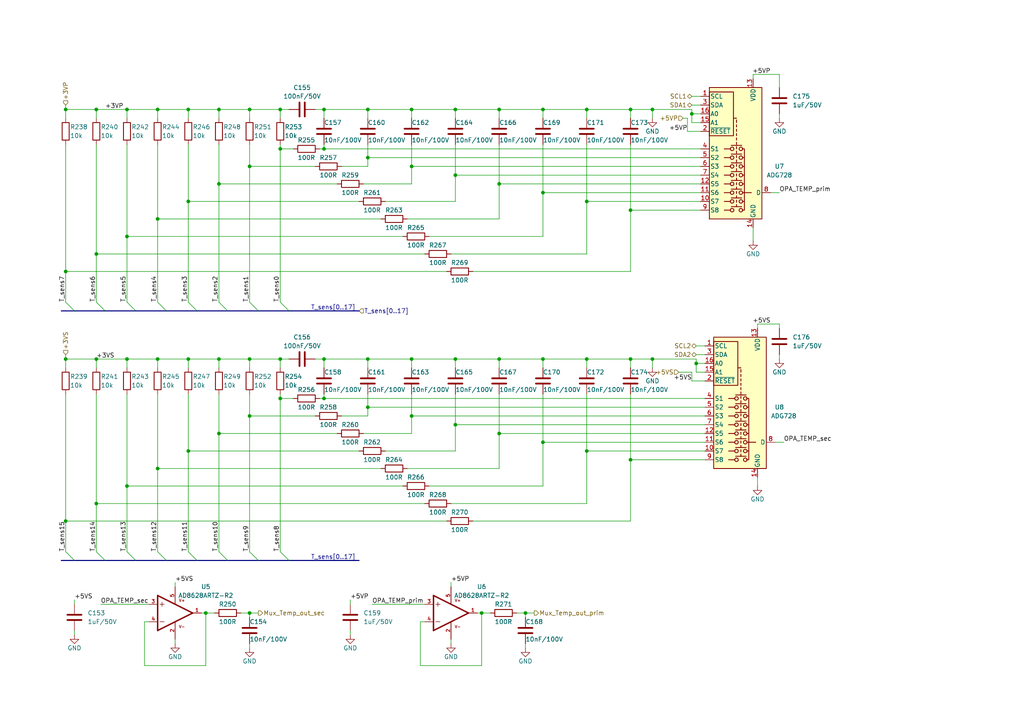
<source format=kicad_sch>
(kicad_sch (version 20230121) (generator eeschema)
  (paper "A4")
  (lib_symbols
    (symbol "AD8628ARTZ-R2:AD8628ARTZ-R2" (pin_names (offset 1.016))
      (property "Reference" "U" (at 2.54 3.175 0))
      (property "Value" "AD8628ARTZ-R2" (at 2.54 -5.08 0))
      (symbol "AD8628ARTZ-R2_0_0"
        (polyline (pts (xy -5.08 -5.08) (xy 5.08 0)) (stroke (width 0.4064)))
        (polyline (pts (xy -5.08 5.08) (xy -5.08 -5.08)) (stroke (width 0.4064)))
        (polyline (pts (xy -4.445 -2.54) (xy -3.175 -2.54)) (stroke (width 0.1524)))
        (polyline (pts (xy -4.445 2.54) (xy -3.175 2.54)) (stroke (width 0.1524)))
        (polyline (pts (xy -3.81 3.175) (xy -3.81 1.905)) (stroke (width 0.1524)))
        (polyline (pts (xy 5.08 0) (xy -5.08 5.08)) (stroke (width 0.4064)))
        (text "V+" (at 1.016 3.175 0) (effects (font (size 0.8128 0.8128)) (justify left bottom)))
        (text "V-" (at 1.016 -4.445 0) (effects (font (size 0.8128 0.8128)) (justify left bottom)))
        (pin output line (at 7.62 0 180) (length 2.54) (name "~") (number "1"))
        (pin power_in line (at 0 -7.62 90) (length 5.08) (name "~") (number "2"))
        (pin input line (at -7.62 2.54 0) (length 2.54) (name "~") (number "3"))
        (pin input line (at -7.62 -2.54 0) (length 2.54) (name "~") (number "4"))
        (pin power_in line (at 0 7.62 270) (length 5.08) (name "~") (number "5"))
      )
    )
    (symbol "Analog_Switch:ADG728" (pin_names (offset 0.254))
      (property "Reference" "U" (at -7.62 23.495 0))
      (property "Value" "ADG728" (at -7.62 21.59 0))
      (symbol "ADG728_0_1"
        (rectangle (start -7.62 6.35) (end -0.635 19.05) (stroke (width 0.254)))
        (rectangle (start -7.62 20.32) (end 7.62 -17.78) (stroke (width 0.254)) (fill (type background)))
        (circle (center -1.016 -15.24) (radius 0.508) (stroke (width 0.254)))
        (circle (center -1.016 -12.7) (radius 0.508) (stroke (width 0.254)))
        (circle (center -1.016 -10.16) (radius 0.508) (stroke (width 0.254)))
        (circle (center -1.016 -7.62) (radius 0.508) (stroke (width 0.254)))
        (circle (center -1.016 -5.08) (radius 0.508) (stroke (width 0.254)))
        (circle (center -1.016 -2.54) (radius 0.508) (stroke (width 0.254)))
        (circle (center -1.016 0) (radius 0.508) (stroke (width 0.254)))
        (circle (center -1.016 2.54) (radius 0.508) (stroke (width 0.254)))
        (polyline (pts (xy -1.524 -15.24) (xy -3.302 -15.24)) (stroke (width 0.254)))
        (polyline (pts (xy -1.524 -12.7) (xy -3.302 -12.7)) (stroke (width 0.254)))
        (polyline (pts (xy -1.524 -10.16) (xy -3.302 -10.16)) (stroke (width 0.254)))
        (polyline (pts (xy -1.524 -7.62) (xy -3.302 -7.62)) (stroke (width 0.254)))
        (polyline (pts (xy -1.524 -5.08) (xy -3.302 -5.08)) (stroke (width 0.254)))
        (polyline (pts (xy -1.524 -2.54) (xy -3.302 -2.54)) (stroke (width 0.254)))
        (polyline (pts (xy -1.524 0) (xy -3.302 0)) (stroke (width 0.254)))
        (polyline (pts (xy -1.524 2.54) (xy -3.302 2.54)) (stroke (width 0.254)))
        (polyline (pts (xy -1.27 -14.224) (xy 1.778 -14.224)) (stroke (width 0.254)))
        (polyline (pts (xy -1.27 -11.684) (xy 1.778 -11.684)) (stroke (width 0.254)))
        (polyline (pts (xy -1.27 -9.144) (xy 1.778 -9.144)) (stroke (width 0.254)))
        (polyline (pts (xy -1.27 -6.604) (xy 1.778 -6.604)) (stroke (width 0.254)))
        (polyline (pts (xy -1.27 -4.064) (xy 1.778 -4.064)) (stroke (width 0.254)))
        (polyline (pts (xy -1.27 -1.524) (xy 1.778 -1.524)) (stroke (width 0.254)))
        (polyline (pts (xy -1.27 1.016) (xy 1.778 1.016)) (stroke (width 0.254)))
        (polyline (pts (xy -1.27 3.556) (xy 1.778 3.556)) (stroke (width 0.254)))
        (polyline (pts (xy -0.635 11.43) (xy 0 11.43)) (stroke (width 0.254)))
        (polyline (pts (xy 0.254 -14.224) (xy 0.254 -13.589)) (stroke (width 0.254)))
        (polyline (pts (xy 0.254 -12.954) (xy 0.254 -12.319)) (stroke (width 0.254)))
        (polyline (pts (xy 0.254 -11.684) (xy 0.254 -11.049)) (stroke (width 0.254)))
        (polyline (pts (xy 0.254 -10.414) (xy 0.254 -9.779)) (stroke (width 0.254)))
        (polyline (pts (xy 0.254 -9.144) (xy 0.254 -8.509)) (stroke (width 0.254)))
        (polyline (pts (xy 0.254 -7.874) (xy 0.254 -7.239)) (stroke (width 0.254)))
        (polyline (pts (xy 0.254 -6.604) (xy 0.254 -5.969)) (stroke (width 0.254)))
        (polyline (pts (xy 0.254 -6.604) (xy 0.254 -5.969)) (stroke (width 0.254)))
        (polyline (pts (xy 0.254 -5.334) (xy 0.254 -4.699)) (stroke (width 0.254)))
        (polyline (pts (xy 0.254 -3.81) (xy 0.254 -3.175)) (stroke (width 0.254)))
        (polyline (pts (xy 0.254 -2.54) (xy 0.254 -1.905)) (stroke (width 0.254)))
        (polyline (pts (xy 0.254 -1.27) (xy 0.254 -0.635)) (stroke (width 0.254)))
        (polyline (pts (xy 0.254 0) (xy 0.254 0.635)) (stroke (width 0.254)))
        (polyline (pts (xy 0.254 1.27) (xy 0.254 1.905)) (stroke (width 0.254)))
        (polyline (pts (xy 0.254 2.54) (xy 0.254 3.175)) (stroke (width 0.254)))
        (polyline (pts (xy 0.254 3.81) (xy 0.254 4.445)) (stroke (width 0.254)))
        (polyline (pts (xy 0.254 5.08) (xy 0.254 5.715)) (stroke (width 0.254)))
        (polyline (pts (xy 0.254 6.35) (xy 0.254 6.985)) (stroke (width 0.254)))
        (polyline (pts (xy 0.254 7.62) (xy 0.254 8.255)) (stroke (width 0.254)))
        (polyline (pts (xy 0.254 8.89) (xy 0.254 9.525)) (stroke (width 0.254)))
        (polyline (pts (xy 0.254 10.16) (xy 0.254 10.922)) (stroke (width 0.254)))
        (polyline (pts (xy 0.254 11.43) (xy 0 11.43)) (stroke (width 0.254)))
        (polyline (pts (xy 2.032 -12.7) (xy 2.54 -12.7)) (stroke (width 0.254)))
        (polyline (pts (xy 2.032 -10.16) (xy 2.54 -10.16)) (stroke (width 0.254)))
        (polyline (pts (xy 2.032 -7.62) (xy 2.54 -7.62)) (stroke (width 0.254)))
        (polyline (pts (xy 2.032 -5.08) (xy 2.54 -5.08)) (stroke (width 0.254)))
        (polyline (pts (xy 2.032 -2.54) (xy 2.54 -2.54)) (stroke (width 0.254)))
        (polyline (pts (xy 2.032 0) (xy 2.54 0)) (stroke (width 0.254)))
        (polyline (pts (xy 4.572 -10.16) (xy 2.54 -10.16)) (stroke (width 0.254)))
        (polyline (pts (xy 1.905 2.54) (xy 2.54 2.54) (xy 2.54 -15.24) (xy 1.905 -15.24)) (stroke (width 0.254)))
        (circle (center 1.524 -15.24) (radius 0.508) (stroke (width 0.254)))
        (circle (center 1.524 -12.7) (radius 0.508) (stroke (width 0.254)))
        (circle (center 1.524 -10.16) (radius 0.508) (stroke (width 0.254)))
        (circle (center 1.524 -7.62) (radius 0.508) (stroke (width 0.254)))
        (circle (center 1.524 -5.08) (radius 0.508) (stroke (width 0.254)))
        (circle (center 1.524 -2.54) (radius 0.508) (stroke (width 0.254)))
        (circle (center 1.524 0) (radius 0.508) (stroke (width 0.254)))
        (circle (center 1.524 2.54) (radius 0.508) (stroke (width 0.254)))
      )
      (symbol "ADG728_1_1"
        (pin input line (at -10.16 17.78 0) (length 2.54) (name "SCL") (number "1"))
        (pin bidirectional line (at -10.16 -12.7 0) (length 2.54) (name "S7") (number "10"))
        (pin bidirectional line (at -10.16 -10.16 0) (length 2.54) (name "S6") (number "11"))
        (pin bidirectional line (at -10.16 -7.62 0) (length 2.54) (name "S5") (number "12"))
        (pin power_in line (at 5.08 22.86 270) (length 2.54) (name "VDD") (number "13"))
        (pin power_in line (at 5.08 -20.32 90) (length 2.54) (name "GND") (number "14"))
        (pin input line (at -10.16 10.16 0) (length 2.54) (name "A1") (number "15"))
        (pin input line (at -10.16 12.7 0) (length 2.54) (name "A0") (number "16"))
        (pin input line (at -10.16 7.62 0) (length 2.54) (name "~{RESET}") (number "2"))
        (pin bidirectional line (at -10.16 15.24 0) (length 2.54) (name "SDA") (number "3"))
        (pin bidirectional line (at -10.16 2.54 0) (length 2.54) (name "S1") (number "4"))
        (pin bidirectional line (at -10.16 0 0) (length 2.54) (name "S2") (number "5"))
        (pin bidirectional line (at -10.16 -2.54 0) (length 2.54) (name "S3") (number "6"))
        (pin bidirectional line (at -10.16 -5.08 0) (length 2.54) (name "S4") (number "7"))
        (pin bidirectional line (at 10.16 -10.16 180) (length 2.54) (name "D") (number "8"))
        (pin bidirectional line (at -10.16 -15.24 0) (length 2.54) (name "S8") (number "9"))
      )
    )
    (symbol "Device:C" (pin_numbers hide) (pin_names (offset 0.254))
      (property "Reference" "C" (at 0.635 2.54 0))
      (property "Value" "C" (at 0.635 -2.54 0))
      (symbol "C_0_1"
        (polyline (pts (xy -2.032 -0.762) (xy 2.032 -0.762)) (stroke (width 0.508)))
        (polyline (pts (xy -2.032 0.762) (xy 2.032 0.762)) (stroke (width 0.508)))
      )
      (symbol "C_1_1"
        (pin passive line (at 0 3.81 270) (length 2.794) (name "~") (number "1"))
        (pin passive line (at 0 -3.81 90) (length 2.794) (name "~") (number "2"))
      )
    )
    (symbol "Device:R" (pin_numbers hide) (pin_names (offset 0))
      (property "Reference" "R" (at 2.032 0 90))
      (property "Value" "R" (at 0 0 90))
      (symbol "R_0_1"
        (rectangle (start -1.016 -2.54) (end 1.016 2.54) (stroke (width 0.254)))
      )
      (symbol "R_1_1"
        (pin passive line (at 0 3.81 270) (length 1.27) (name "~") (number "1"))
        (pin passive line (at 0 -3.81 90) (length 1.27) (name "~") (number "2"))
      )
    )
    (symbol "power:GND" (power) (pin_names (offset 0))
      (property "Value" "GND" (at 0 -3.81 0))
      (symbol "GND_0_1"
        (polyline (pts (xy 0 0) (xy 0 -1.27) (xy 1.27 -1.27) (xy 0 -2.54) (xy -1.27 -1.27) (xy 0 -1.27)))
      )
      (symbol "GND_1_1"
        (pin power_in line (at 0 0 270) (length 0) hide (name "GND") (number "1"))
      )
    )
  )
  (junction (at 152.4 177.8))
  (junction (at 106.68 104.14))
  (junction (at 27.94 104.14))
  (junction (at 93.98 31.75))
  (junction (at 132.08 104.14))
  (junction (at 119.38 120.65))
  (junction (at 189.23 104.14))
  (junction (at 106.68 31.75))
  (junction (at 182.88 133.35))
  (junction (at 119.38 31.75))
  (junction (at 106.68 45.72))
  (junction (at 182.88 60.96))
  (junction (at 27.94 31.75))
  (junction (at 189.23 31.75))
  (junction (at 170.18 58.42))
  (junction (at 132.08 50.8))
  (junction (at 63.5 53.34))
  (junction (at 59.69 177.8))
  (junction (at 63.5 31.75))
  (junction (at 200.66 33.02))
  (junction (at 81.28 43.18))
  (junction (at 36.83 31.75))
  (junction (at 19.05 31.75))
  (junction (at 45.72 104.14))
  (junction (at 81.28 104.14))
  (junction (at 157.48 31.75))
  (junction (at 63.5 104.14))
  (junction (at 139.7 177.8))
  (junction (at 45.72 31.75))
  (junction (at 72.39 104.14))
  (junction (at 45.72 63.5))
  (junction (at 144.78 53.34))
  (junction (at 201.93 105.41))
  (junction (at 19.05 151.13))
  (junction (at 81.28 31.75))
  (junction (at 63.5 125.73))
  (junction (at 54.61 58.42))
  (junction (at 93.98 43.18))
  (junction (at 119.38 48.26))
  (junction (at 93.98 115.57))
  (junction (at 27.94 146.05))
  (junction (at 54.61 104.14))
  (junction (at 170.18 130.81))
  (junction (at 132.08 123.19))
  (junction (at 182.88 104.14))
  (junction (at 170.18 104.14))
  (junction (at 144.78 31.75))
  (junction (at 72.39 48.26))
  (junction (at 132.08 31.75))
  (junction (at 157.48 128.27))
  (junction (at 19.05 78.74))
  (junction (at 182.88 31.75))
  (junction (at 170.18 31.75))
  (junction (at 45.72 135.89))
  (junction (at 144.78 104.14))
  (junction (at 27.94 73.66))
  (junction (at 36.83 104.14))
  (junction (at 54.61 31.75))
  (junction (at 93.98 104.14))
  (junction (at 106.68 118.11))
  (junction (at 54.61 130.81))
  (junction (at 72.39 120.65))
  (junction (at 72.39 177.8))
  (junction (at 36.83 68.58))
  (junction (at 144.78 125.73))
  (junction (at 157.48 55.88))
  (junction (at 36.83 140.97))
  (junction (at 119.38 104.14))
  (junction (at 157.48 104.14))
  (junction (at 81.28 115.57))
  (junction (at 72.39 31.75))
  (junction (at 19.05 104.14))
  (bus_entry (at 45.72 160.02) (size 2.54 2.54))
  (bus_entry (at 72.39 160.02) (size 2.54 2.54))
  (bus_entry (at 63.5 87.63) (size 2.54 2.54))
  (bus_entry (at 27.94 160.02) (size 2.54 2.54))
  (bus_entry (at 19.05 87.63) (size 2.54 2.54))
  (bus_entry (at 45.72 87.63) (size 2.54 2.54))
  (bus_entry (at 54.61 160.02) (size 2.54 2.54))
  (bus_entry (at 72.39 87.63) (size 2.54 2.54))
  (bus_entry (at 54.61 87.63) (size 2.54 2.54))
  (bus_entry (at 19.05 160.02) (size 2.54 2.54))
  (bus_entry (at 81.28 87.63) (size 2.54 2.54))
  (bus_entry (at 27.94 87.63) (size 2.54 2.54))
  (bus_entry (at 36.83 87.63) (size 2.54 2.54))
  (bus_entry (at 63.5 160.02) (size 2.54 2.54))
  (bus_entry (at 81.28 160.02) (size 2.54 2.54))
  (bus_entry (at 36.83 160.02) (size 2.54 2.54))
  (wire (pts (xy 119.38 41.91) (xy 119.38 48.26)))
  (wire (pts (xy 189.23 104.14) (xy 201.93 104.14)))
  (wire (pts (xy 118.11 135.89) (xy 144.78 135.89)))
  (wire (pts (xy 72.39 177.8) (xy 74.93 177.8)))
  (wire (pts (xy 93.98 41.91) (xy 93.98 43.18)))
  (wire (pts (xy 54.61 58.42) (xy 104.14 58.42)))
  (wire (pts (xy 45.72 63.5) (xy 45.72 87.63)))
  (wire (pts (xy 36.83 140.97) (xy 116.84 140.97)))
  (wire (pts (xy 144.78 125.73) (xy 144.78 135.89)))
  (wire (pts (xy 27.94 31.75) (xy 27.94 34.29)))
  (bus (pts (xy 39.37 90.17) (xy 48.26 90.17)))
  (wire (pts (xy 91.44 104.14) (xy 93.98 104.14)))
  (wire (pts (xy 157.48 55.88) (xy 203.2 55.88)))
  (wire (pts (xy 130.81 146.05) (xy 170.18 146.05)))
  (wire (pts (xy 119.38 114.3) (xy 119.38 120.65)))
  (wire (pts (xy 106.68 45.72) (xy 106.68 48.26)))
  (wire (pts (xy 132.08 114.3) (xy 132.08 123.19)))
  (wire (pts (xy 170.18 114.3) (xy 170.18 130.81)))
  (wire (pts (xy 50.8 168.91) (xy 50.8 170.18)))
  (wire (pts (xy 182.88 31.75) (xy 189.23 31.75)))
  (wire (pts (xy 132.08 31.75) (xy 132.08 34.29)))
  (wire (pts (xy 36.83 114.3) (xy 36.83 140.97)))
  (wire (pts (xy 27.94 104.14) (xy 19.05 104.14)))
  (wire (pts (xy 72.39 31.75) (xy 81.28 31.75)))
  (wire (pts (xy 72.39 120.65) (xy 72.39 160.02)))
  (wire (pts (xy 72.39 31.75) (xy 72.39 34.29)))
  (wire (pts (xy 63.5 41.91) (xy 63.5 53.34)))
  (wire (pts (xy 54.61 104.14) (xy 63.5 104.14)))
  (wire (pts (xy 152.4 179.07) (xy 152.4 177.8)))
  (wire (pts (xy 72.39 179.07) (xy 72.39 177.8)))
  (wire (pts (xy 101.6 173.99) (xy 101.6 175.26)))
  (wire (pts (xy 27.94 114.3) (xy 27.94 146.05)))
  (wire (pts (xy 157.48 128.27) (xy 204.47 128.27)))
  (wire (pts (xy 196.85 107.95) (xy 200.66 107.95)))
  (wire (pts (xy 92.71 115.57) (xy 93.98 115.57)))
  (wire (pts (xy 36.83 31.75) (xy 36.83 34.29)))
  (wire (pts (xy 106.68 45.72) (xy 203.2 45.72)))
  (wire (pts (xy 106.68 114.3) (xy 106.68 118.11)))
  (wire (pts (xy 170.18 41.91) (xy 170.18 58.42)))
  (wire (pts (xy 130.81 168.91) (xy 130.81 170.18)))
  (wire (pts (xy 170.18 104.14) (xy 182.88 104.14)))
  (wire (pts (xy 50.8 185.42) (xy 50.8 186.69)))
  (bus (pts (xy 74.93 162.56) (xy 83.82 162.56)))
  (wire (pts (xy 226.06 21.59) (xy 226.06 25.4)))
  (wire (pts (xy 157.48 31.75) (xy 157.48 34.29)))
  (wire (pts (xy 132.08 50.8) (xy 132.08 58.42)))
  (wire (pts (xy 182.88 104.14) (xy 189.23 104.14)))
  (wire (pts (xy 226.06 104.14) (xy 226.06 102.87)))
  (wire (pts (xy 170.18 130.81) (xy 204.47 130.81)))
  (bus (pts (xy 39.37 162.56) (xy 48.26 162.56)))
  (wire (pts (xy 144.78 125.73) (xy 204.47 125.73)))
  (wire (pts (xy 144.78 31.75) (xy 157.48 31.75)))
  (wire (pts (xy 118.11 63.5) (xy 144.78 63.5)))
  (wire (pts (xy 59.69 177.8) (xy 62.23 177.8)))
  (wire (pts (xy 201.93 104.14) (xy 201.93 105.41)))
  (wire (pts (xy 170.18 58.42) (xy 170.18 73.66)))
  (wire (pts (xy 99.06 120.65) (xy 106.68 120.65)))
  (wire (pts (xy 27.94 31.75) (xy 36.83 31.75)))
  (wire (pts (xy 132.08 31.75) (xy 144.78 31.75)))
  (wire (pts (xy 132.08 123.19) (xy 204.47 123.19)))
  (wire (pts (xy 93.98 114.3) (xy 93.98 115.57)))
  (wire (pts (xy 130.81 73.66) (xy 170.18 73.66)))
  (wire (pts (xy 27.94 104.14) (xy 27.94 106.68)))
  (wire (pts (xy 137.16 78.74) (xy 182.88 78.74)))
  (wire (pts (xy 182.88 114.3) (xy 182.88 133.35)))
  (wire (pts (xy 130.81 185.42) (xy 130.81 186.69)))
  (bus (pts (xy 74.93 90.17) (xy 83.82 90.17)))
  (wire (pts (xy 92.71 43.18) (xy 93.98 43.18)))
  (wire (pts (xy 45.72 114.3) (xy 45.72 135.89)))
  (wire (pts (xy 63.5 31.75) (xy 72.39 31.75)))
  (wire (pts (xy 106.68 118.11) (xy 106.68 120.65)))
  (wire (pts (xy 36.83 68.58) (xy 116.84 68.58)))
  (wire (pts (xy 200.66 33.02) (xy 200.66 35.56)))
  (wire (pts (xy 189.23 104.14) (xy 189.23 106.68)))
  (wire (pts (xy 138.43 177.8) (xy 139.7 177.8)))
  (wire (pts (xy 119.38 120.65) (xy 204.47 120.65)))
  (wire (pts (xy 81.28 31.75) (xy 83.82 31.75)))
  (wire (pts (xy 152.4 187.96) (xy 152.4 186.69)))
  (wire (pts (xy 201.93 107.95) (xy 204.47 107.95)))
  (wire (pts (xy 19.05 114.3) (xy 19.05 151.13)))
  (wire (pts (xy 121.92 180.34) (xy 121.92 193.04)))
  (wire (pts (xy 19.05 78.74) (xy 129.54 78.74)))
  (wire (pts (xy 21.59 173.99) (xy 21.59 175.26)))
  (bus (pts (xy 48.26 90.17) (xy 57.15 90.17)))
  (bus (pts (xy 83.82 90.17) (xy 104.14 90.17)))
  (wire (pts (xy 182.88 104.14) (xy 182.88 106.68)))
  (wire (pts (xy 69.85 177.8) (xy 72.39 177.8)))
  (wire (pts (xy 81.28 114.3) (xy 81.28 115.57)))
  (wire (pts (xy 106.68 31.75) (xy 119.38 31.75)))
  (wire (pts (xy 124.46 140.97) (xy 157.48 140.97)))
  (wire (pts (xy 139.7 177.8) (xy 139.7 193.04)))
  (wire (pts (xy 41.91 180.34) (xy 43.18 180.34)))
  (wire (pts (xy 144.78 31.75) (xy 144.78 34.29)))
  (wire (pts (xy 170.18 31.75) (xy 182.88 31.75)))
  (wire (pts (xy 93.98 104.14) (xy 106.68 104.14)))
  (wire (pts (xy 72.39 104.14) (xy 81.28 104.14)))
  (wire (pts (xy 21.59 182.88) (xy 21.59 184.15)))
  (wire (pts (xy 149.86 177.8) (xy 152.4 177.8)))
  (bus (pts (xy 83.82 162.56) (xy 104.14 162.56)))
  (wire (pts (xy 119.38 104.14) (xy 132.08 104.14)))
  (wire (pts (xy 200.66 31.75) (xy 200.66 33.02)))
  (wire (pts (xy 27.94 104.14) (xy 36.83 104.14)))
  (wire (pts (xy 144.78 114.3) (xy 144.78 125.73)))
  (wire (pts (xy 182.88 41.91) (xy 182.88 60.96)))
  (bus (pts (xy 21.59 162.56) (xy 30.48 162.56)))
  (bus (pts (xy 57.15 162.56) (xy 66.04 162.56)))
  (wire (pts (xy 157.48 114.3) (xy 157.48 128.27)))
  (wire (pts (xy 81.28 31.75) (xy 81.28 34.29)))
  (wire (pts (xy 132.08 104.14) (xy 144.78 104.14)))
  (wire (pts (xy 19.05 151.13) (xy 129.54 151.13)))
  (wire (pts (xy 170.18 31.75) (xy 170.18 34.29)))
  (wire (pts (xy 201.93 105.41) (xy 204.47 105.41)))
  (wire (pts (xy 198.12 34.29) (xy 199.39 34.29)))
  (wire (pts (xy 157.48 104.14) (xy 157.48 106.68)))
  (wire (pts (xy 27.94 73.66) (xy 27.94 87.63)))
  (wire (pts (xy 54.61 130.81) (xy 104.14 130.81)))
  (wire (pts (xy 200.66 110.49) (xy 204.47 110.49)))
  (wire (pts (xy 182.88 133.35) (xy 182.88 151.13)))
  (wire (pts (xy 81.28 104.14) (xy 81.28 106.68)))
  (wire (pts (xy 54.61 31.75) (xy 54.61 34.29)))
  (wire (pts (xy 199.39 34.29) (xy 199.39 38.1)))
  (wire (pts (xy 105.41 53.34) (xy 119.38 53.34)))
  (wire (pts (xy 36.83 104.14) (xy 45.72 104.14)))
  (bus (pts (xy 66.04 162.56) (xy 74.93 162.56)))
  (wire (pts (xy 157.48 31.75) (xy 170.18 31.75)))
  (wire (pts (xy 132.08 50.8) (xy 203.2 50.8)))
  (wire (pts (xy 81.28 43.18) (xy 81.28 87.63)))
  (wire (pts (xy 219.71 93.98) (xy 219.71 95.25)))
  (wire (pts (xy 182.88 60.96) (xy 182.88 78.74)))
  (wire (pts (xy 224.79 128.27) (xy 227.33 128.27)))
  (wire (pts (xy 93.98 31.75) (xy 93.98 34.29)))
  (wire (pts (xy 152.4 177.8) (xy 154.94 177.8)))
  (wire (pts (xy 226.06 33.02) (xy 226.06 34.29)))
  (wire (pts (xy 19.05 78.74) (xy 19.05 87.63)))
  (wire (pts (xy 19.05 104.14) (xy 19.05 106.68)))
  (wire (pts (xy 29.21 175.26) (xy 43.18 175.26)))
  (wire (pts (xy 106.68 104.14) (xy 106.68 106.68)))
  (bus (pts (xy 30.48 162.56) (xy 39.37 162.56)))
  (wire (pts (xy 27.94 146.05) (xy 123.19 146.05)))
  (wire (pts (xy 219.71 138.43) (xy 219.71 140.97)))
  (wire (pts (xy 106.68 104.14) (xy 119.38 104.14)))
  (wire (pts (xy 189.23 31.75) (xy 200.66 31.75)))
  (wire (pts (xy 93.98 43.18) (xy 203.2 43.18)))
  (wire (pts (xy 54.61 58.42) (xy 54.61 87.63)))
  (wire (pts (xy 93.98 104.14) (xy 93.98 106.68)))
  (wire (pts (xy 45.72 63.5) (xy 110.49 63.5)))
  (wire (pts (xy 54.61 31.75) (xy 63.5 31.75)))
  (wire (pts (xy 170.18 104.14) (xy 170.18 106.68)))
  (wire (pts (xy 72.39 48.26) (xy 91.44 48.26)))
  (wire (pts (xy 45.72 104.14) (xy 54.61 104.14)))
  (wire (pts (xy 157.48 128.27) (xy 157.48 140.97)))
  (wire (pts (xy 54.61 41.91) (xy 54.61 58.42)))
  (wire (pts (xy 81.28 115.57) (xy 85.09 115.57)))
  (wire (pts (xy 45.72 31.75) (xy 45.72 34.29)))
  (wire (pts (xy 41.91 180.34) (xy 41.91 193.04)))
  (wire (pts (xy 63.5 104.14) (xy 72.39 104.14)))
  (wire (pts (xy 101.6 182.88) (xy 101.6 184.15)))
  (wire (pts (xy 226.06 93.98) (xy 226.06 95.25)))
  (wire (pts (xy 218.44 66.04) (xy 218.44 69.85)))
  (wire (pts (xy 63.5 125.73) (xy 63.5 160.02)))
  (wire (pts (xy 27.94 146.05) (xy 27.94 160.02)))
  (wire (pts (xy 119.38 31.75) (xy 132.08 31.75)))
  (wire (pts (xy 81.28 115.57) (xy 81.28 160.02)))
  (wire (pts (xy 19.05 151.13) (xy 19.05 160.02)))
  (wire (pts (xy 72.39 187.96) (xy 72.39 186.69)))
  (wire (pts (xy 36.83 41.91) (xy 36.83 68.58)))
  (wire (pts (xy 72.39 114.3) (xy 72.39 120.65)))
  (wire (pts (xy 139.7 177.8) (xy 142.24 177.8)))
  (wire (pts (xy 144.78 53.34) (xy 203.2 53.34)))
  (wire (pts (xy 182.88 133.35) (xy 204.47 133.35)))
  (wire (pts (xy 157.48 41.91) (xy 157.48 55.88)))
  (wire (pts (xy 144.78 104.14) (xy 157.48 104.14)))
  (wire (pts (xy 219.71 93.98) (xy 226.06 93.98)))
  (wire (pts (xy 45.72 135.89) (xy 45.72 160.02)))
  (wire (pts (xy 36.83 68.58) (xy 36.83 87.63)))
  (wire (pts (xy 19.05 31.75) (xy 27.94 31.75)))
  (wire (pts (xy 119.38 48.26) (xy 203.2 48.26)))
  (wire (pts (xy 72.39 120.65) (xy 91.44 120.65)))
  (bus (pts (xy 17.78 90.17) (xy 21.59 90.17)))
  (wire (pts (xy 199.39 38.1) (xy 203.2 38.1)))
  (wire (pts (xy 63.5 31.75) (xy 63.5 34.29)))
  (wire (pts (xy 201.93 105.41) (xy 201.93 107.95)))
  (wire (pts (xy 19.05 30.48) (xy 19.05 31.75)))
  (wire (pts (xy 105.41 125.73) (xy 119.38 125.73)))
  (wire (pts (xy 36.83 104.14) (xy 36.83 106.68)))
  (wire (pts (xy 121.92 180.34) (xy 123.19 180.34)))
  (wire (pts (xy 36.83 31.75) (xy 45.72 31.75)))
  (wire (pts (xy 107.95 175.26) (xy 123.19 175.26)))
  (wire (pts (xy 119.38 104.14) (xy 119.38 106.68)))
  (wire (pts (xy 119.38 120.65) (xy 119.38 125.73)))
  (bus (pts (xy 17.78 162.56) (xy 21.59 162.56)))
  (wire (pts (xy 45.72 104.14) (xy 45.72 106.68)))
  (wire (pts (xy 200.66 30.48) (xy 203.2 30.48)))
  (wire (pts (xy 58.42 177.8) (xy 59.69 177.8)))
  (wire (pts (xy 132.08 41.91) (xy 132.08 50.8)))
  (wire (pts (xy 121.92 193.04) (xy 139.7 193.04)))
  (wire (pts (xy 201.93 100.33) (xy 204.47 100.33)))
  (wire (pts (xy 200.66 33.02) (xy 203.2 33.02)))
  (wire (pts (xy 54.61 104.14) (xy 54.61 106.68)))
  (wire (pts (xy 19.05 102.87) (xy 19.05 104.14)))
  (wire (pts (xy 59.69 177.8) (xy 59.69 193.04)))
  (wire (pts (xy 111.76 130.81) (xy 132.08 130.81)))
  (wire (pts (xy 170.18 130.81) (xy 170.18 146.05)))
  (wire (pts (xy 27.94 73.66) (xy 123.19 73.66)))
  (wire (pts (xy 144.78 41.91) (xy 144.78 53.34)))
  (wire (pts (xy 36.83 140.97) (xy 36.83 160.02)))
  (wire (pts (xy 27.94 41.91) (xy 27.94 73.66)))
  (wire (pts (xy 63.5 125.73) (xy 97.79 125.73)))
  (wire (pts (xy 137.16 151.13) (xy 182.88 151.13)))
  (wire (pts (xy 72.39 41.91) (xy 72.39 48.26)))
  (wire (pts (xy 54.61 114.3) (xy 54.61 130.81)))
  (wire (pts (xy 132.08 104.14) (xy 132.08 106.68)))
  (wire (pts (xy 200.66 35.56) (xy 203.2 35.56)))
  (wire (pts (xy 106.68 31.75) (xy 106.68 34.29)))
  (bus (pts (xy 30.48 90.17) (xy 39.37 90.17)))
  (wire (pts (xy 54.61 130.81) (xy 54.61 160.02)))
  (wire (pts (xy 45.72 31.75) (xy 54.61 31.75)))
  (wire (pts (xy 189.23 31.75) (xy 189.23 34.29)))
  (wire (pts (xy 119.38 48.26) (xy 119.38 53.34)))
  (wire (pts (xy 19.05 31.75) (xy 19.05 34.29)))
  (wire (pts (xy 19.05 41.91) (xy 19.05 78.74)))
  (wire (pts (xy 63.5 104.14) (xy 63.5 106.68)))
  (wire (pts (xy 63.5 53.34) (xy 97.79 53.34)))
  (bus (pts (xy 48.26 162.56) (xy 57.15 162.56)))
  (wire (pts (xy 132.08 123.19) (xy 132.08 130.81)))
  (wire (pts (xy 106.68 118.11) (xy 204.47 118.11)))
  (wire (pts (xy 200.66 27.94) (xy 203.2 27.94)))
  (wire (pts (xy 72.39 104.14) (xy 72.39 106.68)))
  (wire (pts (xy 223.52 55.88) (xy 226.06 55.88)))
  (wire (pts (xy 157.48 104.14) (xy 170.18 104.14)))
  (wire (pts (xy 91.44 31.75) (xy 93.98 31.75)))
  (wire (pts (xy 41.91 193.04) (xy 59.69 193.04)))
  (wire (pts (xy 63.5 114.3) (xy 63.5 125.73)))
  (wire (pts (xy 170.18 58.42) (xy 203.2 58.42)))
  (wire (pts (xy 218.44 21.59) (xy 218.44 22.86)))
  (wire (pts (xy 182.88 31.75) (xy 182.88 34.29)))
  (wire (pts (xy 124.46 68.58) (xy 157.48 68.58)))
  (wire (pts (xy 93.98 31.75) (xy 106.68 31.75)))
  (wire (pts (xy 81.28 41.91) (xy 81.28 43.18)))
  (wire (pts (xy 81.28 43.18) (xy 85.09 43.18)))
  (wire (pts (xy 45.72 135.89) (xy 110.49 135.89)))
  (bus (pts (xy 21.59 90.17) (xy 30.48 90.17)))
  (wire (pts (xy 99.06 48.26) (xy 106.68 48.26)))
  (wire (pts (xy 106.68 41.91) (xy 106.68 45.72)))
  (wire (pts (xy 201.93 102.87) (xy 204.47 102.87)))
  (wire (pts (xy 81.28 104.14) (xy 83.82 104.14)))
  (bus (pts (xy 66.04 90.17) (xy 74.93 90.17)))
  (wire (pts (xy 144.78 104.14) (xy 144.78 106.68)))
  (wire (pts (xy 111.76 58.42) (xy 132.08 58.42)))
  (wire (pts (xy 119.38 31.75) (xy 119.38 34.29)))
  (wire (pts (xy 218.44 21.59) (xy 226.06 21.59)))
  (bus (pts (xy 57.15 90.17) (xy 66.04 90.17)))
  (wire (pts (xy 72.39 48.26) (xy 72.39 87.63)))
  (wire (pts (xy 182.88 60.96) (xy 203.2 60.96)))
  (wire (pts (xy 45.72 41.91) (xy 45.72 63.5)))
  (wire (pts (xy 200.66 107.95) (xy 200.66 110.49)))
  (wire (pts (xy 93.98 115.57) (xy 204.47 115.57)))
  (wire (pts (xy 157.48 55.88) (xy 157.48 68.58)))
  (wire (pts (xy 144.78 53.34) (xy 144.78 63.5)))
  (wire (pts (xy 63.5 53.34) (xy 63.5 87.63)))
  (label "T_sens2" (at 63.5 87.63 90))
  (label "T_sens8" (at 81.28 160.02 90))
  (label "T_sens5" (at 36.83 87.63 90))
  (label "+5VP" (at 223.52 21.59 180))
  (label "T_sens4" (at 45.72 87.63 90))
  (label "+5VS" (at 50.8 168.91 0))
  (label "T_sens12" (at 45.72 160.02 90))
  (label "T_sens1" (at 72.39 87.63 90))
  (label "OPA_TEMP_prim" (at 226.06 55.88 0))
  (label "+5VS" (at 223.52 93.98 180))
  (label "+5VS" (at 200.66 110.49 180))
  (label "+3VP" (at 30.48 31.75 0))
  (label "+5VP" (at 101.6 173.99 0))
  (label "T_sens9" (at 72.39 160.02 90))
  (label "T_sens13" (at 36.83 160.02 90))
  (label "T_sens11" (at 54.61 160.02 90))
  (label "T_sens6" (at 27.94 87.63 90))
  (label "T_sens0" (at 81.28 87.63 90))
  (label "T_sens14" (at 27.94 160.02 90))
  (label "OPA_TEMP_prim" (at 107.95 175.26 0))
  (label "T_sens[0..17]" (at 90.17 90.17 0))
  (label "T_sens10" (at 63.5 160.02 90))
  (label "+5VS" (at 21.59 173.99 0))
  (label "OPA_TEMP_sec" (at 29.21 175.26 0))
  (label "T_sens15" (at 19.05 160.02 90))
  (label "T_sens[0..17]" (at 90.17 162.56 0))
  (label "+5VP" (at 130.81 168.91 0))
  (label "T_sens3" (at 54.61 87.63 90))
  (label "OPA_TEMP_sec" (at 227.33 128.27 0))
  (label "T_sens7" (at 19.05 87.63 90))
  (label "+3VS" (at 27.94 104.14 0))
  (label "+5VP" (at 199.39 38.1 180))
  (hierarchical_label "T_sens[0..17]" (shape input) (at 104.14 90.17 0))
  (hierarchical_label "SDA2" (shape bidirectional) (at 201.93 102.87 180))
  (hierarchical_label "Mux_Temp_out_prim" (shape output) (at 154.94 177.8 0))
  (hierarchical_label "+5VS" (shape input) (at 196.85 107.95 180))
  (hierarchical_label "+3VP" (shape input) (at 19.05 30.48 90))
  (hierarchical_label "SCL1" (shape bidirectional) (at 200.66 27.94 180))
  (hierarchical_label "Mux_Temp_out_sec" (shape output) (at 74.93 177.8 0))
  (hierarchical_label "+5VP" (shape input) (at 198.12 34.29 180))
  (hierarchical_label "+3VS" (shape input) (at 19.05 102.87 90))
  (hierarchical_label "SDA1" (shape bidirectional) (at 200.66 30.48 180))
  (hierarchical_label "SCL2" (shape bidirectional) (at 201.93 100.33 180))
  (symbol (lib_id "Analog_Switch:ADG728") (at 214.63 118.11 0) (unit 1)
    (property "Reference" "U2" (at 226.06 118.11 0))
    (property "Value" "ADG728" (at 227.33 120.65 0))
    (property "Footprint" "Package_SO:TSSOP-16_4.4x5mm_P0.65mm" (effects hide))
    (property "Datasheet" "https://www.analog.com/media/en/technical-documentation/data-sheets/ADG728_729.pdf" (effects hide))
    (instances (project "BMS-Slave" (path "" (reference "U8") (unit 1))))
  )
  (symbol (lib_id "Device:C") (at 144.78 110.49 0) (unit 1)
    (property "Reference" "C68" (at 144.78 107.95 0) (effects (justify left)))
    (property "Value" "10nF/100V" (at 144.78 113.03 0) (effects (justify left)))
    (property "Footprint" "Capacitor_SMD:C_0603_1608Metric" (effects hide))
    (instances (project "BMS-Slave" (path "" (reference "C167") (unit 1))))
  )
  (symbol (lib_id "Device:R") (at 95.25 120.65 90) (unit 1)
    (property "Reference" "R144" (at 97.79 118.11 90) (effects (justify left)))
    (property "Value" "100R" (at 97.79 123.19 90) (effects (justify left)))
    (property "Footprint" "Resistor_SMD:R_0603_1608Metric" (effects hide))
    (instances (project "BMS-Slave" (path "" (reference "R258") (unit 1))))
  )
  (symbol (lib_id "Device:C") (at 226.06 99.06 0) (unit 1)
    (property "Reference" "C91" (at 229.87 97.79 0) (effects (justify left)))
    (property "Value" "1uF/50V" (at 229.87 100.33 0) (effects (justify left)))
    (property "Footprint" "Capacitor_SMD:C_0805_2012Metric" (effects hide))
    (instances (project "BMS-Slave" (path "" (reference "C176") (unit 1))))
  )
  (symbol (lib_id "power:GND") (at 72.39 187.96 0) (unit 1)
    (property "Reference" "#PWR047" (effects hide))
    (property "Value" "GND" (at 72.39 191.77 0))
    (instances (project "BMS-Slave" (path "" (reference "#PWR0106") (unit 1))))
  )
  (symbol (lib_id "AD8628ARTZ-R2:AD8628ARTZ-R2") (at 50.8 177.8 0) (unit 1)
    (property "Reference" "U4" (at 59.69 170.18 0))
    (property "Value" "AD8628ARTZ-R2" (at 59.69 172.72 0))
    (property "Footprint" "AD8628ARTZ-R2:SOT95P280X145-5N" (effects hide))
    (property "MF" "Analog Devices" (effects hide))
    (property "DESCRIPTION" "SP Amp Chopper Stabilization Single R-R I/O ±2.5V/5V 5-Pin SOT-23 T/R" (effects hide))
    (property "PACKAGE" "SOT-23-5 Analog Devices" (effects hide))
    (property "PRICE" "None" (effects hide))
    (property "Package" "SOT-5 Analog Devices" (effects hide))
    (property "Check_prices" "https://www.snapeda.com/parts/AD8628ARTZ-R2/Analog+Devices/view-part/?ref=eda" (effects hide))
    (property "Price" "None" (effects hide))
    (property "SnapEDA_Link" "https://www.snapeda.com/parts/AD8628ARTZ-R2/Analog+Devices/view-part/?ref=snap" (effects hide))
    (property "MP" "AD8628ARTZ-R2" (effects hide))
    (property "Purchase-URL" "https://www.snapeda.com/api/url_track_click_mouser/?unipart_id=359169&manufacturer=Analog Devices&part_name=AD8628ARTZ-R2&search_term=None" (effects hide))
    (property "Availability" "In Stock" (effects hide))
    (property "AVAILABILITY" "Unavailable" (effects hide))
    (property "Description" "\nZero-Drift, Single-Supply, Rail-to-Rail Input/Output Operational Amplifier\n" (effects hide))
    (instances (project "BMS-Slave" (path "" (reference "U5") (unit 1))))
  )
  (symbol (lib_id "power:GND") (at 50.8 186.69 0) (unit 1)
    (property "Reference" "#PWR046" (effects hide))
    (property "Value" "GND" (at 50.8 190.5 0))
    (instances (project "BMS-Slave" (path "" (reference "#PWR0105") (unit 1))))
  )
  (symbol (lib_id "Device:C") (at 152.4 182.88 0) (unit 1)
    (property "Reference" "C89" (at 152.4 180.34 0) (effects (justify left)))
    (property "Value" "10nF/100V" (at 152.4 185.42 0) (effects (justify left)))
    (property "Footprint" "Capacitor_SMD:C_0603_1608Metric" (effects hide))
    (instances (project "BMS-Slave" (path "" (reference "C168") (unit 1))))
  )
  (symbol (lib_id "Device:R") (at 101.6 125.73 90) (unit 1)
    (property "Reference" "R145" (at 104.14 123.19 90) (effects (justify left)))
    (property "Value" "100R" (at 104.14 128.27 90) (effects (justify left)))
    (property "Footprint" "Resistor_SMD:R_0603_1608Metric" (effects hide))
    (instances (project "BMS-Slave" (path "" (reference "R260") (unit 1))))
  )
  (symbol (lib_id "Device:R") (at 45.72 38.1 0) (unit 1)
    (property "Reference" "R122" (at 46.99 36.83 0) (effects (justify left)))
    (property "Value" "10k" (at 46.99 39.37 0) (effects (justify left)))
    (property "Footprint" "Resistor_SMD:R_0603_1608Metric" (effects hide))
    (instances (project "BMS-Slave" (path "" (reference "R244") (unit 1))))
  )
  (symbol (lib_id "Device:C") (at 182.88 110.49 0) (unit 1)
    (property "Reference" "C71" (at 182.88 107.95 0) (effects (justify left)))
    (property "Value" "10nF/100V" (at 182.88 113.03 0) (effects (justify left)))
    (property "Footprint" "Capacitor_SMD:C_0603_1608Metric" (effects hide))
    (instances (project "BMS-Slave" (path "" (reference "C174") (unit 1))))
  )
  (symbol (lib_id "Device:R") (at 146.05 177.8 90) (unit 1)
    (property "Reference" "R174" (at 148.59 175.26 90) (effects (justify left)))
    (property "Value" "100R" (at 148.59 180.34 90) (effects (justify left)))
    (property "Footprint" "Resistor_SMD:R_0603_1608Metric" (effects hide))
    (instances (project "BMS-Slave" (path "" (reference "R271") (unit 1))))
  )
  (symbol (lib_id "Device:R") (at 107.95 58.42 90) (unit 1)
    (property "Reference" "R130" (at 110.49 55.88 90) (effects (justify left)))
    (property "Value" "100R" (at 110.49 60.96 90) (effects (justify left)))
    (property "Footprint" "Resistor_SMD:R_0603_1608Metric" (effects hide))
    (instances (project "BMS-Slave" (path "" (reference "R261") (unit 1))))
  )
  (symbol (lib_id "Device:C") (at 132.08 38.1 0) (unit 1)
    (property "Reference" "C57" (at 132.08 35.56 0) (effects (justify left)))
    (property "Value" "10nF/100V" (at 132.08 40.64 0) (effects (justify left)))
    (property "Footprint" "Capacitor_SMD:C_0603_1608Metric" (effects hide))
    (instances (project "BMS-Slave" (path "" (reference "C164") (unit 1))))
  )
  (symbol (lib_id "Device:C") (at 144.78 38.1 0) (unit 1)
    (property "Reference" "C58" (at 144.78 35.56 0) (effects (justify left)))
    (property "Value" "10nF/100V" (at 144.78 40.64 0) (effects (justify left)))
    (property "Footprint" "Capacitor_SMD:C_0603_1608Metric" (effects hide))
    (instances (project "BMS-Slave" (path "" (reference "C166") (unit 1))))
  )
  (symbol (lib_id "Device:R") (at 45.72 110.49 0) (unit 1)
    (property "Reference" "R138" (at 46.99 109.22 0) (effects (justify left)))
    (property "Value" "10k" (at 46.99 111.76 0) (effects (justify left)))
    (property "Footprint" "Resistor_SMD:R_0603_1608Metric" (effects hide))
    (instances (project "BMS-Slave" (path "" (reference "R245") (unit 1))))
  )
  (symbol (lib_id "Device:C") (at 170.18 110.49 0) (unit 1)
    (property "Reference" "C70" (at 170.18 107.95 0) (effects (justify left)))
    (property "Value" "10nF/100V" (at 170.18 113.03 0) (effects (justify left)))
    (property "Footprint" "Capacitor_SMD:C_0603_1608Metric" (effects hide))
    (instances (project "BMS-Slave" (path "" (reference "C172") (unit 1))))
  )
  (symbol (lib_id "Device:R") (at 54.61 110.49 0) (unit 1)
    (property "Reference" "R139" (at 55.88 109.22 0) (effects (justify left)))
    (property "Value" "10k" (at 55.88 111.76 0) (effects (justify left)))
    (property "Footprint" "Resistor_SMD:R_0603_1608Metric" (effects hide))
    (instances (project "BMS-Slave" (path "" (reference "R247") (unit 1))))
  )
  (symbol (lib_id "Device:C") (at 72.39 182.88 0) (unit 1)
    (property "Reference" "C80" (at 72.39 180.34 0) (effects (justify left)))
    (property "Value" "10nF/100V" (at 72.39 185.42 0) (effects (justify left)))
    (property "Footprint" "Capacitor_SMD:C_0603_1608Metric" (effects hide))
    (instances (project "BMS-Slave" (path "" (reference "C154") (unit 1))))
  )
  (symbol (lib_id "Device:C") (at 157.48 38.1 0) (unit 1)
    (property "Reference" "C59" (at 157.48 35.56 0) (effects (justify left)))
    (property "Value" "10nF/100V" (at 157.48 40.64 0) (effects (justify left)))
    (property "Footprint" "Capacitor_SMD:C_0603_1608Metric" (effects hide))
    (instances (project "BMS-Slave" (path "" (reference "C169") (unit 1))))
  )
  (symbol (lib_id "Device:R") (at 27.94 110.49 0) (unit 1)
    (property "Reference" "R136" (at 29.21 109.22 0) (effects (justify left)))
    (property "Value" "10k" (at 29.21 111.76 0) (effects (justify left)))
    (property "Footprint" "Resistor_SMD:R_0603_1608Metric" (effects hide))
    (instances (project "BMS-Slave" (path "" (reference "R241") (unit 1))))
  )
  (symbol (lib_id "Device:R") (at 81.28 38.1 0) (unit 1)
    (property "Reference" "R126" (at 82.55 36.83 0) (effects (justify left)))
    (property "Value" "10k" (at 82.55 39.37 0) (effects (justify left)))
    (property "Footprint" "Resistor_SMD:R_0603_1608Metric" (effects hide))
    (instances (project "BMS-Slave" (path "" (reference "R253") (unit 1))))
  )
  (symbol (lib_id "Device:R") (at 127 146.05 90) (unit 1)
    (property "Reference" "R149" (at 129.54 143.51 90) (effects (justify left)))
    (property "Value" "100R" (at 129.54 148.59 90) (effects (justify left)))
    (property "Footprint" "Resistor_SMD:R_0603_1608Metric" (effects hide))
    (instances (project "BMS-Slave" (path "" (reference "R268") (unit 1))))
  )
  (symbol (lib_id "Device:R") (at 133.35 151.13 90) (unit 1)
    (property "Reference" "R150" (at 135.89 148.59 90) (effects (justify left)))
    (property "Value" "100R" (at 135.89 153.67 90) (effects (justify left)))
    (property "Footprint" "Resistor_SMD:R_0603_1608Metric" (effects hide))
    (instances (project "BMS-Slave" (path "" (reference "R270") (unit 1))))
  )
  (symbol (lib_id "Device:R") (at 19.05 38.1 0) (unit 1)
    (property "Reference" "R119" (at 20.32 36.83 0) (effects (justify left)))
    (property "Value" "10k" (at 20.32 39.37 0) (effects (justify left)))
    (property "Footprint" "Resistor_SMD:R_0603_1608Metric" (effects hide))
    (instances (project "BMS-Slave" (path "" (reference "R238") (unit 1))))
  )
  (symbol (lib_id "Device:R") (at 120.65 68.58 90) (unit 1)
    (property "Reference" "R132" (at 123.19 66.04 90) (effects (justify left)))
    (property "Value" "100R" (at 123.19 71.12 90) (effects (justify left)))
    (property "Footprint" "Resistor_SMD:R_0603_1608Metric" (effects hide))
    (instances (project "BMS-Slave" (path "" (reference "R265") (unit 1))))
  )
  (symbol (lib_id "Device:C") (at 21.59 179.07 0) (unit 1)
    (property "Reference" "C79" (at 25.4 177.8 0) (effects (justify left)))
    (property "Value" "1uF/50V" (at 25.4 180.34 0) (effects (justify left)))
    (property "Footprint" "Capacitor_SMD:C_0805_2012Metric" (effects hide))
    (instances (project "BMS-Slave" (path "" (reference "C153") (unit 1))))
  )
  (symbol (lib_id "Device:R") (at 81.28 110.49 0) (unit 1)
    (property "Reference" "R142" (at 82.55 109.22 0) (effects (justify left)))
    (property "Value" "10k" (at 82.55 111.76 0) (effects (justify left)))
    (property "Footprint" "Resistor_SMD:R_0603_1608Metric" (effects hide))
    (instances (project "BMS-Slave" (path "" (reference "R254") (unit 1))))
  )
  (symbol (lib_id "Device:C") (at 132.08 110.49 0) (unit 1)
    (property "Reference" "C67" (at 132.08 107.95 0) (effects (justify left)))
    (property "Value" "10nF/100V" (at 132.08 113.03 0) (effects (justify left)))
    (property "Footprint" "Capacitor_SMD:C_0603_1608Metric" (effects hide))
    (instances (project "BMS-Slave" (path "" (reference "C165") (unit 1))))
  )
  (symbol (lib_id "power:GND") (at 226.06 104.14 0) (unit 1)
    (property "Reference" "#PWR055" (effects hide))
    (property "Value" "GND" (at 226.06 107.95 0))
    (instances (project "BMS-Slave" (path "" (reference "#PWR0115") (unit 1))))
  )
  (symbol (lib_id "Device:C") (at 170.18 38.1 0) (unit 1)
    (property "Reference" "C60" (at 170.18 35.56 0) (effects (justify left)))
    (property "Value" "10nF/100V" (at 170.18 40.64 0) (effects (justify left)))
    (property "Footprint" "Capacitor_SMD:C_0603_1608Metric" (effects hide))
    (instances (project "BMS-Slave" (path "" (reference "C171") (unit 1))))
  )
  (symbol (lib_id "Device:C") (at 101.6 179.07 0) (unit 1)
    (property "Reference" "C88" (at 105.41 177.8 0) (effects (justify left)))
    (property "Value" "1uF/50V" (at 105.41 180.34 0) (effects (justify left)))
    (property "Footprint" "Capacitor_SMD:C_0805_2012Metric" (effects hide))
    (instances (project "BMS-Slave" (path "" (reference "C159") (unit 1))))
  )
  (symbol (lib_id "Device:R") (at 88.9 43.18 90) (unit 1)
    (property "Reference" "R127" (at 91.44 40.64 90) (effects (justify left)))
    (property "Value" "100R" (at 91.44 45.72 90) (effects (justify left)))
    (property "Footprint" "Resistor_SMD:R_0603_1608Metric" (effects hide))
    (instances (project "BMS-Slave" (path "" (reference "R255") (unit 1))))
  )
  (symbol (lib_id "Device:C") (at 119.38 110.49 0) (unit 1)
    (property "Reference" "C66" (at 119.38 107.95 0) (effects (justify left)))
    (property "Value" "10nF/100V" (at 119.38 113.03 0) (effects (justify left)))
    (property "Footprint" "Capacitor_SMD:C_0603_1608Metric" (effects hide))
    (instances (project "BMS-Slave" (path "" (reference "C163") (unit 1))))
  )
  (symbol (lib_id "Device:R") (at 72.39 38.1 0) (unit 1)
    (property "Reference" "R125" (at 73.66 36.83 0) (effects (justify left)))
    (property "Value" "10k" (at 73.66 39.37 0) (effects (justify left)))
    (property "Footprint" "Resistor_SMD:R_0603_1608Metric" (effects hide))
    (instances (project "BMS-Slave" (path "" (reference "R251") (unit 1))))
  )
  (symbol (lib_id "power:GND") (at 219.71 140.97 0) (unit 1)
    (property "Reference" "#PWR053" (effects hide))
    (property "Value" "GND" (at 219.71 144.78 0))
    (instances (project "BMS-Slave" (path "" (reference "#PWR0113") (unit 1))))
  )
  (symbol (lib_id "Device:R") (at 54.61 38.1 0) (unit 1)
    (property "Reference" "R123" (at 55.88 36.83 0) (effects (justify left)))
    (property "Value" "10k" (at 55.88 39.37 0) (effects (justify left)))
    (property "Footprint" "Resistor_SMD:R_0603_1608Metric" (effects hide))
    (instances (project "BMS-Slave" (path "" (reference "R246") (unit 1))))
  )
  (symbol (lib_id "Device:C") (at 93.98 110.49 0) (unit 1)
    (property "Reference" "C64" (at 93.98 107.95 0) (effects (justify left)))
    (property "Value" "10nF/100V" (at 93.98 113.03 0) (effects (justify left)))
    (property "Footprint" "Capacitor_SMD:C_0603_1608Metric" (effects hide))
    (instances (project "BMS-Slave" (path "" (reference "C158") (unit 1))))
  )
  (symbol (lib_id "Device:R") (at 127 73.66 90) (unit 1)
    (property "Reference" "R133" (at 129.54 71.12 90) (effects (justify left)))
    (property "Value" "100R" (at 129.54 76.2 90) (effects (justify left)))
    (property "Footprint" "Resistor_SMD:R_0603_1608Metric" (effects hide))
    (instances (project "BMS-Slave" (path "" (reference "R267") (unit 1))))
  )
  (symbol (lib_id "power:GND") (at 189.23 34.29 0) (unit 1)
    (property "Reference" "#PWR032" (effects hide))
    (property "Value" "GND" (at 189.23 38.1 0))
    (instances (project "BMS-Slave" (path "" (reference "#PWR0110") (unit 1))))
  )
  (symbol (lib_id "Device:R") (at 95.25 48.26 90) (unit 1)
    (property "Reference" "R128" (at 97.79 45.72 90) (effects (justify left)))
    (property "Value" "100R" (at 97.79 50.8 90) (effects (justify left)))
    (property "Footprint" "Resistor_SMD:R_0603_1608Metric" (effects hide))
    (instances (project "BMS-Slave" (path "" (reference "R257") (unit 1))))
  )
  (symbol (lib_id "Device:R") (at 88.9 115.57 90) (unit 1)
    (property "Reference" "R143" (at 91.44 113.03 90) (effects (justify left)))
    (property "Value" "100R" (at 91.44 118.11 90) (effects (justify left)))
    (property "Footprint" "Resistor_SMD:R_0603_1608Metric" (effects hide))
    (instances (project "BMS-Slave" (path "" (reference "R256") (unit 1))))
  )
  (symbol (lib_id "Device:C") (at 157.48 110.49 0) (unit 1)
    (property "Reference" "C69" (at 157.48 107.95 0) (effects (justify left)))
    (property "Value" "10nF/100V" (at 157.48 113.03 0) (effects (justify left)))
    (property "Footprint" "Capacitor_SMD:C_0603_1608Metric" (effects hide))
    (instances (project "BMS-Slave" (path "" (reference "C170") (unit 1))))
  )
  (symbol (lib_id "power:GND") (at 130.81 186.69 0) (unit 1)
    (property "Reference" "#PWR034" (effects hide))
    (property "Value" "GND" (at 130.81 190.5 0))
    (instances (project "BMS-Slave" (path "" (reference "#PWR0108") (unit 1))))
  )
  (symbol (lib_id "Device:C") (at 106.68 38.1 0) (unit 1)
    (property "Reference" "C55" (at 106.68 35.56 0) (effects (justify left)))
    (property "Value" "10nF/100V" (at 106.68 40.64 0) (effects (justify left)))
    (property "Footprint" "Capacitor_SMD:C_0603_1608Metric" (effects hide))
    (instances (project "BMS-Slave" (path "" (reference "C160") (unit 1))))
  )
  (symbol (lib_id "Device:R") (at 101.6 53.34 90) (unit 1)
    (property "Reference" "R129" (at 104.14 50.8 90) (effects (justify left)))
    (property "Value" "100R" (at 104.14 55.88 90) (effects (justify left)))
    (property "Footprint" "Resistor_SMD:R_0603_1608Metric" (effects hide))
    (instances (project "BMS-Slave" (path "" (reference "R259") (unit 1))))
  )
  (symbol (lib_id "power:GND") (at 218.44 69.85 0) (unit 1)
    (property "Reference" "#PWR037" (effects hide))
    (property "Value" "GND" (at 218.44 73.66 0))
    (instances (project "BMS-Slave" (path "" (reference "#PWR0112") (unit 1))))
  )
  (symbol (lib_id "power:GND") (at 101.6 184.15 0) (unit 1)
    (property "Reference" "#PWR033" (effects hide))
    (property "Value" "GND" (at 101.6 187.96 0))
    (instances (project "BMS-Slave" (path "" (reference "#PWR0107") (unit 1))))
  )
  (symbol (lib_id "power:GND") (at 226.06 34.29 0) (unit 1)
    (property "Reference" "#PWR052" (effects hide))
    (property "Value" "GND" (at 226.06 38.1 0))
    (instances (project "BMS-Slave" (path "" (reference "#PWR0114") (unit 1))))
  )
  (symbol (lib_id "Device:R") (at 27.94 38.1 0) (unit 1)
    (property "Reference" "R120" (at 29.21 36.83 0) (effects (justify left)))
    (property "Value" "10k" (at 29.21 39.37 0) (effects (justify left)))
    (property "Footprint" "Resistor_SMD:R_0603_1608Metric" (effects hide))
    (instances (project "BMS-Slave" (path "" (reference "R240") (unit 1))))
  )
  (symbol (lib_id "Device:R") (at 63.5 38.1 0) (unit 1)
    (property "Reference" "R124" (at 64.77 36.83 0) (effects (justify left)))
    (property "Value" "10k" (at 64.77 39.37 0) (effects (justify left)))
    (property "Footprint" "Resistor_SMD:R_0603_1608Metric" (effects hide))
    (instances (project "BMS-Slave" (path "" (reference "R248") (unit 1))))
  )
  (symbol (lib_id "Device:R") (at 120.65 140.97 90) (unit 1)
    (property "Reference" "R148" (at 123.19 138.43 90) (effects (justify left)))
    (property "Value" "100R" (at 123.19 143.51 90) (effects (justify left)))
    (property "Footprint" "Resistor_SMD:R_0603_1608Metric" (effects hide))
    (instances (project "BMS-Slave" (path "" (reference "R266") (unit 1))))
  )
  (symbol (lib_id "power:GND") (at 189.23 106.68 0) (unit 1)
    (property "Reference" "#PWR036" (effects hide))
    (property "Value" "GND" (at 189.23 110.49 0))
    (instances (project "BMS-Slave" (path "" (reference "#PWR0111") (unit 1))))
  )
  (symbol (lib_id "Device:C") (at 93.98 38.1 0) (unit 1)
    (property "Reference" "C54" (at 93.98 35.56 0) (effects (justify left)))
    (property "Value" "10nF/100V" (at 93.98 40.64 0) (effects (justify left)))
    (property "Footprint" "Capacitor_SMD:C_0603_1608Metric" (effects hide))
    (instances (project "BMS-Slave" (path "" (reference "C157") (unit 1))))
  )
  (symbol (lib_id "Device:R") (at 36.83 110.49 0) (unit 1)
    (property "Reference" "R137" (at 38.1 109.22 0) (effects (justify left)))
    (property "Value" "10k" (at 38.1 111.76 0) (effects (justify left)))
    (property "Footprint" "Resistor_SMD:R_0603_1608Metric" (effects hide))
    (instances (project "BMS-Slave" (path "" (reference "R243") (unit 1))))
  )
  (symbol (lib_id "Analog_Switch:ADG728") (at 213.36 45.72 0) (unit 1)
    (property "Reference" "U1" (at 226.06 48.26 0))
    (property "Value" "ADG728" (at 226.06 50.8 0))
    (property "Footprint" "Package_SO:TSSOP-16_4.4x5mm_P0.65mm" (effects hide))
    (property "Datasheet" "https://www.analog.com/media/en/technical-documentation/data-sheets/ADG728_729.pdf" (effects hide))
    (instances (project "BMS-Slave" (path "" (reference "U7") (unit 1))))
  )
  (symbol (lib_id "power:GND") (at 152.4 187.96 0) (unit 1)
    (property "Reference" "#PWR035" (effects hide))
    (property "Value" "GND" (at 152.4 191.77 0))
    (instances (project "BMS-Slave" (path "" (reference "#PWR0109") (unit 1))))
  )
  (symbol (lib_id "Device:C") (at 182.88 38.1 0) (unit 1)
    (property "Reference" "C61" (at 182.88 35.56 0) (effects (justify left)))
    (property "Value" "10nF/100V" (at 182.88 40.64 0) (effects (justify left)))
    (property "Footprint" "Capacitor_SMD:C_0603_1608Metric" (effects hide))
    (instances (project "BMS-Slave" (path "" (reference "C173") (unit 1))))
  )
  (symbol (lib_id "Device:R") (at 72.39 110.49 0) (unit 1)
    (property "Reference" "R141" (at 73.66 109.22 0) (effects (justify left)))
    (property "Value" "10k" (at 73.66 111.76 0) (effects (justify left)))
    (property "Footprint" "Resistor_SMD:R_0603_1608Metric" (effects hide))
    (instances (project "BMS-Slave" (path "" (reference "R252") (unit 1))))
  )
  (symbol (lib_id "Device:R") (at 114.3 63.5 90) (unit 1)
    (property "Reference" "R131" (at 116.84 60.96 90) (effects (justify left)))
    (property "Value" "100R" (at 116.84 66.04 90) (effects (justify left)))
    (property "Footprint" "Resistor_SMD:R_0603_1608Metric" (effects hide))
    (instances (project "BMS-Slave" (path "" (reference "R263") (unit 1))))
  )
  (symbol (lib_id "Device:C") (at 87.63 31.75 90) (unit 1)
    (property "Reference" "C62" (at 87.63 25.4 90))
    (property "Value" "100nF/50V" (at 87.63 27.94 90))
    (property "Footprint" "Capacitor_SMD:C_0603_1608Metric" (effects hide))
    (instances (project "BMS-Slave" (path "" (reference "C155") (unit 1))))
  )
  (symbol (lib_id "Device:C") (at 106.68 110.49 0) (unit 1)
    (property "Reference" "C65" (at 106.68 107.95 0) (effects (justify left)))
    (property "Value" "10nF/100V" (at 106.68 113.03 0) (effects (justify left)))
    (property "Footprint" "Capacitor_SMD:C_0603_1608Metric" (effects hide))
    (instances (project "BMS-Slave" (path "" (reference "C161") (unit 1))))
  )
  (symbol (lib_id "Device:R") (at 133.35 78.74 90) (unit 1)
    (property "Reference" "R134" (at 135.89 76.2 90) (effects (justify left)))
    (property "Value" "100R" (at 135.89 81.28 90) (effects (justify left)))
    (property "Footprint" "Resistor_SMD:R_0603_1608Metric" (effects hide))
    (instances (project "BMS-Slave" (path "" (reference "R269") (unit 1))))
  )
  (symbol (lib_id "Device:R") (at 66.04 177.8 90) (unit 1)
    (property "Reference" "R164" (at 68.58 175.26 90) (effects (justify left)))
    (property "Value" "100R" (at 68.58 180.34 90) (effects (justify left)))
    (property "Footprint" "Resistor_SMD:R_0603_1608Metric" (effects hide))
    (instances (project "BMS-Slave" (path "" (reference "R250") (unit 1))))
  )
  (symbol (lib_id "Device:R") (at 19.05 110.49 0) (unit 1)
    (property "Reference" "R135" (at 20.32 109.22 0) (effects (justify left)))
    (property "Value" "10k" (at 20.32 111.76 0) (effects (justify left)))
    (property "Footprint" "Resistor_SMD:R_0603_1608Metric" (effects hide))
    (instances (project "BMS-Slave" (path "" (reference "R239") (unit 1))))
  )
  (symbol (lib_id "Device:R") (at 63.5 110.49 0) (unit 1)
    (property "Reference" "R140" (at 64.77 109.22 0) (effects (justify left)))
    (property "Value" "10k" (at 64.77 111.76 0) (effects (justify left)))
    (property "Footprint" "Resistor_SMD:R_0603_1608Metric" (effects hide))
    (instances (project "BMS-Slave" (path "" (reference "R249") (unit 1))))
  )
  (symbol (lib_id "power:GND") (at 21.59 184.15 0) (unit 1)
    (property "Reference" "#PWR039" (effects hide))
    (property "Value" "GND" (at 21.59 187.96 0))
    (instances (project "BMS-Slave" (path "" (reference "#PWR0104") (unit 1))))
  )
  (symbol (lib_id "Device:C") (at 87.63 104.14 90) (unit 1)
    (property "Reference" "C63" (at 87.63 97.79 90))
    (property "Value" "100nF/50V" (at 87.63 100.33 90))
    (property "Footprint" "Capacitor_SMD:C_0603_1608Metric" (effects hide))
    (instances (project "BMS-Slave" (path "" (reference "C156") (unit 1))))
  )
  (symbol (lib_id "Device:C") (at 226.06 29.21 0) (unit 1)
    (property "Reference" "C90" (at 229.87 27.94 0) (effects (justify left)))
    (property "Value" "1uF/50V" (at 229.87 30.48 0) (effects (justify left)))
    (property "Footprint" "Capacitor_SMD:C_0805_2012Metric" (effects hide))
    (instances (project "BMS-Slave" (path "" (reference "C175") (unit 1))))
  )
  (symbol (lib_id "Device:C") (at 119.38 38.1 0) (unit 1)
    (property "Reference" "C56" (at 119.38 35.56 0) (effects (justify left)))
    (property "Value" "10nF/100V" (at 119.38 40.64 0) (effects (justify left)))
    (property "Footprint" "Capacitor_SMD:C_0603_1608Metric" (effects hide))
    (instances (project "BMS-Slave" (path "" (reference "C162") (unit 1))))
  )
  (symbol (lib_id "AD8628ARTZ-R2:AD8628ARTZ-R2") (at 130.81 177.8 0) (unit 1)
    (property "Reference" "U3" (at 139.7 170.18 0))
    (property "Value" "AD8628ARTZ-R2" (at 139.7 172.72 0))
    (property "Footprint" "AD8628ARTZ-R2:SOT95P280X145-5N" (effects hide))
    (property "MF" "Analog Devices" (effects hide))
    (property "DESCRIPTION" "SP Amp Chopper Stabilization Single R-R I/O ±2.5V/5V 5-Pin SOT-23 T/R" (effects hide))
    (property "PACKAGE" "SOT-23-5 Analog Devices" (effects hide))
    (property "PRICE" "None" (effects hide))
    (property "Package" "SOT-5 Analog Devices" (effects hide))
    (property "Check_prices" "https://www.snapeda.com/parts/AD8628ARTZ-R2/Analog+Devices/view-part/?ref=eda" (effects hide))
    (property "Price" "None" (effects hide))
    (property "SnapEDA_Link" "https://www.snapeda.com/parts/AD8628ARTZ-R2/Analog+Devices/view-part/?ref=snap" (effects hide))
    (property "MP" "AD8628ARTZ-R2" (effects hide))
    (property "Purchase-URL" "https://www.snapeda.com/api/url_track_click_mouser/?unipart_id=359169&manufacturer=Analog Devices&part_name=AD8628ARTZ-R2&search_term=None" (effects hide))
    (property "Availability" "In Stock" (effects hide))
    (property "AVAILABILITY" "Unavailable" (effects hide))
    (property "Description" "\nZero-Drift, Single-Supply, Rail-to-Rail Input/Output Operational Amplifier\n" (effects hide))
    (instances (project "BMS-Slave" (path "" (reference "U6") (unit 1))))
  )
  (symbol (lib_id "Device:R") (at 107.95 130.81 90) (unit 1)
    (property "Reference" "R146" (at 110.49 128.27 90) (effects (justify left)))
    (property "Value" "100R" (at 110.49 133.35 90) (effects (justify left)))
    (property "Footprint" "Resistor_SMD:R_0603_1608Metric" (effects hide))
    (instances (project "BMS-Slave" (path "" (reference "R262") (unit 1))))
  )
  (symbol (lib_id "Device:R") (at 114.3 135.89 90) (unit 1)
    (property "Reference" "R147" (at 116.84 133.35 90) (effects (justify left)))
    (property "Value" "100R" (at 116.84 138.43 90) (effects (justify left)))
    (property "Footprint" "Resistor_SMD:R_0603_1608Metric" (effects hide))
    (instances (project "BMS-Slave" (path "" (reference "R264") (unit 1))))
  )
  (symbol (lib_id "Device:R") (at 36.83 38.1 0) (unit 1)
    (property "Reference" "R121" (at 38.1 36.83 0) (effects (justify left)))
    (property "Value" "10k" (at 38.1 39.37 0) (effects (justify left)))
    (property "Footprint" "Resistor_SMD:R_0603_1608Metric" (effects hide))
    (instances (project "BMS-Slave" (path "" (reference "R242") (unit 1))))
  )
)
</source>
